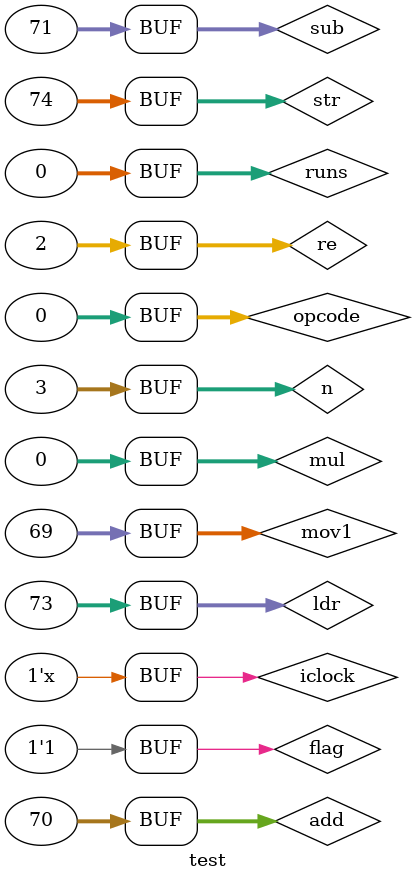
<source format=v>
  
`include "cpu.v"
`timescale 1ns/1ps

module test();
  
  reg [31:0] mov1 = 32'b00000000000000000000000001000101;
  reg [31:0] add= 32'b00000000000000000000000001000110;
  reg [31:0] sub = 32'b00000000000000000000000001000111;
  reg [31:0] mul =  32'b00000000000000000000000001001000;
  reg [31:0] ldr = 32'b00000000000000000000000001001001;    
  reg [31:0] str = 32'b00000000000000000000000001001010;
  
  reg iclock = 1'b1;
  reg [31:0] opcode =  0;
  integer re = 2;
  integer n = 25;
  reg flag = 3'b0;
 
  hall98 UUT(
     .iclock(iclock),
      .opcode(opcode),
      .re(re),
     .n(n),
     .flag(flag)
  );
    integer runs = 0; 
   always #20 iclock <=!iclock;
    initial begin 
    //MOV H , 0x5
    opcode = mov1;
    re = 2;
    n = 15;  
    //MOV  A , 0x5
    #10;
    opcode =mov1;
    re = 3;
    n = 5;
    //ADD H,A 
  
  #200;
    opcode =  add;
    re = 2;
    n= 3;
    
   #200;
    // SUB  H,A 
    opcode = sub; 
    re = 2;
    n = 3;
    
    #200;
    //MUL H,A
    opcode = mul;  
    re = 2;
    n = 3;
    #200;
    //exit 
    
    flag = 3'b1;
    end
 endmodule 

</source>
